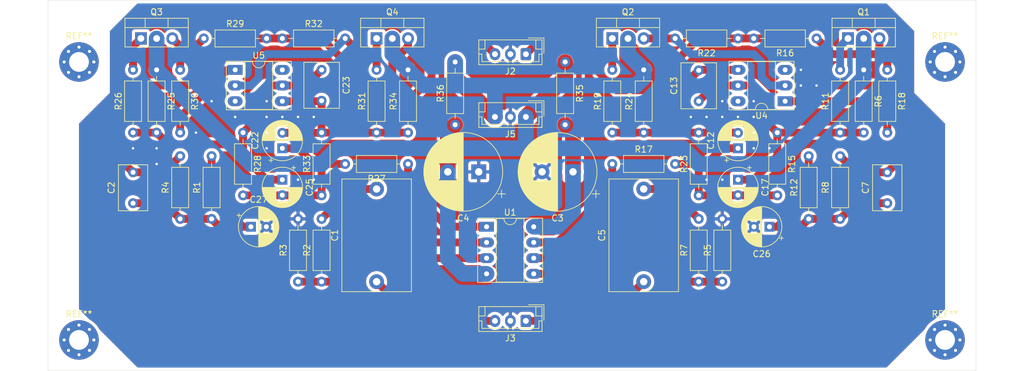
<source format=kicad_pcb>
(kicad_pcb (version 20171130) (host pcbnew 5.1.5+dfsg1-2build2)
  (layers (0 F.Cu signal) (31 B.Cu signal) (34 B.Paste user) (35 F.Paste user) (36 B.SilkS user) (37 F.SilkS user) (38 B.Mask user) (39 F.Mask user) (44 Edge.Cuts user))
  (net 0 "")
  (net 1 "Net-(C1-Pad2)")
  (net 2 "Net-(C1-Pad1)")
  (net 3 "Net-(C2-Pad1)")
  (net 4 GND)
  (net 5 "Net-(C3-Pad1)")
  (net 6 "Net-(C4-Pad2)")
  (net 7 "Net-(C5-Pad1)")
  (net 8 "Net-(C5-Pad2)")
  (net 9 "Net-(C7-Pad1)")
  (net 10 +15V)
  (net 11 "Net-(C12-Pad1)")
  (net 12 "Net-(C12-Pad2)")
  (net 13 "Net-(C13-Pad1)")
  (net 14 "Net-(C22-Pad1)")
  (net 15 "Net-(C22-Pad2)")
  (net 16 "Net-(C23-Pad1)")
  (net 17 -15V)
  (net 18 "Net-(Q1-Pad3)")
  (net 19 "Net-(Q1-Pad1)")
  (net 20 "Net-(Q2-Pad3)")
  (net 21 "Net-(Q2-Pad1)")
  (net 22 "Net-(Q3-Pad3)")
  (net 23 "Net-(Q3-Pad1)")
  (net 24 "Net-(Q4-Pad1)")
  (net 25 "Net-(Q4-Pad3)")
  (net 26 "Net-(R27-Pad1)")
  (net 27 "Net-(R17-Pad1)")
  (net 28 "Net-(R18-Pad2)")
  (net 29 "Net-(U4-Pad3)")
  (net 30 "Net-(U4-Pad6)")
  (net 31 "Net-(U5-Pad6)")
  (net 32 "Net-(U5-Pad3)")
  (net 33 "Net-(R30-Pad2)")
  (net 34 RIGHT_OUT)
  (net 35 LEFT_OUT)
  (net 36 "Net-(C26-Pad1)")
  (net 37 "Net-(C27-Pad1)")
  (net 38 "Net-(R2-Pad1)")
  (net 39 "Net-(R5-Pad1)")
  (module Capacitor_THT:CP_Radial_D6.3mm_P2.50mm (layer F.Cu) (at 181.61 106.68 180)
    (fp_text reference C26 (at 1.25 -4.4) (layer F.SilkS))
    (fp_text value 22uF/25V)
    (pad 1 thru_hole rect (at 0 0 180) (size 1.6 1.6) (drill 0.8) (layers *.Cu *.Mask) (net 36 "Net-(C26-Pad1)"))
    (pad 2 thru_hole circle (at 2.5 0 180) (size 1.6 1.6) (drill 0.8) (layers *.Cu *.Mask) (net 4 GND))
  )
  (module MountingHole:MountingHole_3.2mm_M3_Pad_Via (layer F.Cu) (at 70 125)
    (fp_text reference REF** (at 0 -4.2) (layer F.SilkS))
    (fp_text value MountingHole_3.2mm_M3_Pad_Via)
    (pad 1 thru_hole circle (at 1.697056 -1.697056) (size 0.8 0.8) (drill 0.5) (layers *.Cu *.Mask))
    (pad 1 thru_hole circle (at 0 -2.4) (size 0.8 0.8) (drill 0.5) (layers *.Cu *.Mask))
    (pad 1 thru_hole circle (at -1.697056 -1.697056) (size 0.8 0.8) (drill 0.5) (layers *.Cu *.Mask))
    (pad 1 thru_hole circle (at -2.4 0) (size 0.8 0.8) (drill 0.5) (layers *.Cu *.Mask))
    (pad 1 thru_hole circle (at -1.697056 1.697056) (size 0.8 0.8) (drill 0.5) (layers *.Cu *.Mask))
    (pad 1 thru_hole circle (at 0 2.4) (size 0.8 0.8) (drill 0.5) (layers *.Cu *.Mask))
    (pad 1 thru_hole circle (at 1.697056 1.697056) (size 0.8 0.8) (drill 0.5) (layers *.Cu *.Mask))
    (pad 1 thru_hole circle (at 2.4 0) (size 0.8 0.8) (drill 0.5) (layers *.Cu *.Mask))
    (pad 1 thru_hole circle (at 0 0) (size 6.4 6.4) (drill 3.2) (layers *.Cu *.Mask))
  )
  (module MountingHole:MountingHole_3.2mm_M3_Pad_Via (layer F.Cu) (at 210 125)
    (fp_text reference REF** (at 0 -4.2) (layer F.SilkS))
    (fp_text value MountingHole_3.2mm_M3_Pad_Via)
    (pad 1 thru_hole circle (at 0 0) (size 6.4 6.4) (drill 3.2) (layers *.Cu *.Mask))
    (pad 1 thru_hole circle (at 2.4 0) (size 0.8 0.8) (drill 0.5) (layers *.Cu *.Mask))
    (pad 1 thru_hole circle (at 1.697056 1.697056) (size 0.8 0.8) (drill 0.5) (layers *.Cu *.Mask))
    (pad 1 thru_hole circle (at 0 2.4) (size 0.8 0.8) (drill 0.5) (layers *.Cu *.Mask))
    (pad 1 thru_hole circle (at -1.697056 1.697056) (size 0.8 0.8) (drill 0.5) (layers *.Cu *.Mask))
    (pad 1 thru_hole circle (at -2.4 0) (size 0.8 0.8) (drill 0.5) (layers *.Cu *.Mask))
    (pad 1 thru_hole circle (at -1.697056 -1.697056) (size 0.8 0.8) (drill 0.5) (layers *.Cu *.Mask))
    (pad 1 thru_hole circle (at 0 -2.4) (size 0.8 0.8) (drill 0.5) (layers *.Cu *.Mask))
    (pad 1 thru_hole circle (at 1.697056 -1.697056) (size 0.8 0.8) (drill 0.5) (layers *.Cu *.Mask))
  )
  (module MountingHole:MountingHole_3.2mm_M3_Pad_Via (layer F.Cu) (at 210 80)
    (fp_text reference REF** (at 0 -4.2) (layer F.SilkS))
    (fp_text value MountingHole_3.2mm_M3_Pad_Via)
    (pad 1 thru_hole circle (at 1.697056 -1.697056) (size 0.8 0.8) (drill 0.5) (layers *.Cu *.Mask))
    (pad 1 thru_hole circle (at 0 -2.4) (size 0.8 0.8) (drill 0.5) (layers *.Cu *.Mask))
    (pad 1 thru_hole circle (at -1.697056 -1.697056) (size 0.8 0.8) (drill 0.5) (layers *.Cu *.Mask))
    (pad 1 thru_hole circle (at -2.4 0) (size 0.8 0.8) (drill 0.5) (layers *.Cu *.Mask))
    (pad 1 thru_hole circle (at -1.697056 1.697056) (size 0.8 0.8) (drill 0.5) (layers *.Cu *.Mask))
    (pad 1 thru_hole circle (at 0 2.4) (size 0.8 0.8) (drill 0.5) (layers *.Cu *.Mask))
    (pad 1 thru_hole circle (at 1.697056 1.697056) (size 0.8 0.8) (drill 0.5) (layers *.Cu *.Mask))
    (pad 1 thru_hole circle (at 2.4 0) (size 0.8 0.8) (drill 0.5) (layers *.Cu *.Mask))
    (pad 1 thru_hole circle (at 0 0) (size 6.4 6.4) (drill 3.2) (layers *.Cu *.Mask))
  )
  (module MountingHole:MountingHole_3.2mm_M3_Pad_Via (layer F.Cu) (at 70 80)
    (fp_text reference REF** (at 0 -4.2) (layer F.SilkS))
    (fp_text value MountingHole_3.2mm_M3_Pad_Via)
    (pad 1 thru_hole circle (at 1.697056 -1.697056) (size 0.8 0.8) (drill 0.5) (layers *.Cu *.Mask))
    (pad 1 thru_hole circle (at 0 -2.4) (size 0.8 0.8) (drill 0.5) (layers *.Cu *.Mask))
    (pad 1 thru_hole circle (at -1.697056 -1.697056) (size 0.8 0.8) (drill 0.5) (layers *.Cu *.Mask))
    (pad 1 thru_hole circle (at -2.4 0) (size 0.8 0.8) (drill 0.5) (layers *.Cu *.Mask))
    (pad 1 thru_hole circle (at -1.697056 1.697056) (size 0.8 0.8) (drill 0.5) (layers *.Cu *.Mask))
    (pad 1 thru_hole circle (at 0 2.4) (size 0.8 0.8) (drill 0.5) (layers *.Cu *.Mask))
    (pad 1 thru_hole circle (at 1.697056 1.697056) (size 0.8 0.8) (drill 0.5) (layers *.Cu *.Mask))
    (pad 1 thru_hole circle (at 2.4 0) (size 0.8 0.8) (drill 0.5) (layers *.Cu *.Mask))
    (pad 1 thru_hole circle (at 0 0) (size 6.4 6.4) (drill 3.2) (layers *.Cu *.Mask))
  )
  (module Resistor_THT:R_Axial_DIN0207_L6.3mm_D2.5mm_P10.16mm_Horizontal (layer F.Cu) (at 196.85 81.28 270)
    (fp_text reference R6 (at 5.08 -2.37 90) (layer F.SilkS))
    (fp_text value 10K)
    (pad 2 thru_hole oval (at 10.16 0 270) (size 1.6 1.6) (drill 0.8) (layers *.Cu *.Mask) (net 13 "Net-(C13-Pad1)"))
    (pad 1 thru_hole circle (at 0 0 270) (size 1.6 1.6) (drill 0.8) (layers *.Cu *.Mask) (net 10 +15V))
  )
  (module Package_DIP:DIP-6_W7.62mm_Socket_LongPads (layer F.Cu) (at 184.15 86.36 180)
    (fp_text reference U4 (at 3.81 -2.33) (layer F.SilkS))
    (fp_text value 4N35)
    (pad 1 thru_hole rect (at 0 0 180) (size 2.4 1.6) (drill 0.8) (layers *.Cu *.Mask) (net 28 "Net-(R18-Pad2)"))
    (pad 4 thru_hole oval (at 7.62 5.08 180) (size 2.4 1.6) (drill 0.8) (layers *.Cu *.Mask) (net 12 "Net-(C12-Pad2)"))
    (pad 2 thru_hole oval (at 0 2.54 180) (size 2.4 1.6) (drill 0.8) (layers *.Cu *.Mask) (net 20 "Net-(Q2-Pad3)"))
    (pad 5 thru_hole oval (at 7.62 2.54 180) (size 2.4 1.6) (drill 0.8) (layers *.Cu *.Mask) (net 13 "Net-(C13-Pad1)"))
    (pad 3 thru_hole oval (at 0 5.08 180) (size 2.4 1.6) (drill 0.8) (layers *.Cu *.Mask) (net 29 "Net-(U4-Pad3)"))
    (pad 6 thru_hole oval (at 7.62 0 180) (size 2.4 1.6) (drill 0.8) (layers *.Cu *.Mask) (net 30 "Net-(U4-Pad6)"))
  )
  (module Resistor_THT:R_Axial_DIN0207_L6.3mm_D2.5mm_P10.16mm_Horizontal (layer F.Cu) (at 123.19 91.44 90)
    (fp_text reference R34 (at 5.08 -2.37 90) (layer F.SilkS))
    (fp_text value 10K)
    (pad 2 thru_hole oval (at 10.16 0 90) (size 1.6 1.6) (drill 0.8) (layers *.Cu *.Mask) (net 17 -15V))
    (pad 1 thru_hole circle (at 0 0 90) (size 1.6 1.6) (drill 0.8) (layers *.Cu *.Mask) (net 15 "Net-(C22-Pad2)"))
  )
  (module Resistor_THT:R_Axial_DIN0207_L6.3mm_D2.5mm_P10.16mm_Horizontal (layer F.Cu) (at 109.22 101.6 90)
    (fp_text reference R33 (at 5.08 -2.37 90) (layer F.SilkS))
    (fp_text value 10K)
    (pad 2 thru_hole oval (at 10.16 0 90) (size 1.6 1.6) (drill 0.8) (layers *.Cu *.Mask) (net 15 "Net-(C22-Pad2)"))
    (pad 1 thru_hole circle (at 0 0 90) (size 1.6 1.6) (drill 0.8) (layers *.Cu *.Mask) (net 14 "Net-(C22-Pad1)"))
  )
  (module Resistor_THT:R_Axial_DIN0207_L6.3mm_D2.5mm_P10.16mm_Horizontal (layer F.Cu) (at 96.52 91.44 270)
    (fp_text reference R28 (at 5.08 -2.37 90) (layer F.SilkS))
    (fp_text value 10K)
    (pad 2 thru_hole oval (at 10.16 0 270) (size 1.6 1.6) (drill 0.8) (layers *.Cu *.Mask) (net 14 "Net-(C22-Pad1)"))
    (pad 1 thru_hole circle (at 0 0 270) (size 1.6 1.6) (drill 0.8) (layers *.Cu *.Mask) (net 16 "Net-(C23-Pad1)"))
  )
  (module Resistor_THT:R_Axial_DIN0207_L6.3mm_D2.5mm_P10.16mm_Horizontal (layer F.Cu) (at 82.55 81.28 270)
    (fp_text reference R25 (at 5.08 -2.37 90) (layer F.SilkS))
    (fp_text value 10K)
    (pad 2 thru_hole oval (at 10.16 0 270) (size 1.6 1.6) (drill 0.8) (layers *.Cu *.Mask) (net 16 "Net-(C23-Pad1)"))
    (pad 1 thru_hole circle (at 0 0 270) (size 1.6 1.6) (drill 0.8) (layers *.Cu *.Mask) (net 10 +15V))
  )
  (module Resistor_THT:R_Axial_DIN0207_L6.3mm_D2.5mm_P10.16mm_Horizontal (layer F.Cu) (at 161.29 91.44 90)
    (fp_text reference R24 (at 5.08 -2.37 90) (layer F.SilkS))
    (fp_text value 10K)
    (pad 2 thru_hole oval (at 10.16 0 90) (size 1.6 1.6) (drill 0.8) (layers *.Cu *.Mask) (net 17 -15V))
    (pad 1 thru_hole circle (at 0 0 90) (size 1.6 1.6) (drill 0.8) (layers *.Cu *.Mask) (net 12 "Net-(C12-Pad2)"))
  )
  (module Resistor_THT:R_Axial_DIN0207_L6.3mm_D2.5mm_P10.16mm_Horizontal (layer F.Cu) (at 170.18 101.6 90)
    (fp_text reference R23 (at 5.08 -2.37 90) (layer F.SilkS))
    (fp_text value 10K)
    (pad 2 thru_hole oval (at 10.16 0 90) (size 1.6 1.6) (drill 0.8) (layers *.Cu *.Mask) (net 12 "Net-(C12-Pad2)"))
    (pad 1 thru_hole circle (at 0 0 90) (size 1.6 1.6) (drill 0.8) (layers *.Cu *.Mask) (net 11 "Net-(C12-Pad1)"))
  )
  (module Resistor_THT:R_Axial_DIN0207_L6.3mm_D2.5mm_P10.16mm_Horizontal (layer F.Cu) (at 182.88 91.44 270)
    (fp_text reference R15 (at 5.08 -2.37 90) (layer F.SilkS))
    (fp_text value 10K)
    (pad 2 thru_hole oval (at 10.16 0 270) (size 1.6 1.6) (drill 0.8) (layers *.Cu *.Mask) (net 11 "Net-(C12-Pad1)"))
    (pad 1 thru_hole circle (at 0 0 270) (size 1.6 1.6) (drill 0.8) (layers *.Cu *.Mask) (net 13 "Net-(C13-Pad1)"))
  )
  (module Capacitor_THT:C_Rect_L18.0mm_W11.0mm_P15.00mm_FKS3_FKP3 (layer F.Cu) (at 118.11 115.57 90)
    (fp_text reference C1 (at 7.5 -6.75 90) (layer F.SilkS))
    (fp_text value "1uF PP")
    (pad 2 thru_hole circle (at 15 0 90) (size 2.4 2.4) (drill 1.2) (layers *.Cu *.Mask) (net 1 "Net-(C1-Pad2)"))
    (pad 1 thru_hole circle (at 0 0 90) (size 2.4 2.4) (drill 1.2) (layers *.Cu *.Mask) (net 2 "Net-(C1-Pad1)"))
  )
  (module Capacitor_THT:C_Rect_L7.2mm_W4.5mm_P5.00mm_FKS2_FKP2_MKS2_MKP2 (layer F.Cu) (at 78.74 102.87 90)
    (fp_text reference C2 (at 2.5 -3.5 90) (layer F.SilkS))
    (fp_text value 100pF)
    (pad 1 thru_hole circle (at 0 0 90) (size 1.6 1.6) (drill 0.8) (layers *.Cu *.Mask) (net 3 "Net-(C2-Pad1)"))
    (pad 2 thru_hole circle (at 5 0 90) (size 1.6 1.6) (drill 0.8) (layers *.Cu *.Mask) (net 34 RIGHT_OUT))
  )
  (module Capacitor_THT:CP_Radial_D12.5mm_P5.00mm (layer F.Cu) (at 149.86 97.79 180)
    (fp_text reference C3 (at 2.5 -7.5) (layer F.SilkS))
    (fp_text value 220uF/50V)
    (pad 2 thru_hole circle (at 5 0 180) (size 2.4 2.4) (drill 1.2) (layers *.Cu *.Mask) (net 4 GND))
    (pad 1 thru_hole rect (at 0 0 180) (size 2.4 2.4) (drill 1.2) (layers *.Cu *.Mask) (net 5 "Net-(C3-Pad1)"))
  )
  (module Capacitor_THT:CP_Radial_D12.5mm_P5.00mm (layer F.Cu) (at 134.62 97.79 180)
    (fp_text reference C4 (at 2.5 -7.5) (layer F.SilkS))
    (fp_text value 220uF/50V)
    (pad 1 thru_hole rect (at 0 0 180) (size 2.4 2.4) (drill 1.2) (layers *.Cu *.Mask) (net 4 GND))
    (pad 2 thru_hole circle (at 5 0 180) (size 2.4 2.4) (drill 1.2) (layers *.Cu *.Mask) (net 6 "Net-(C4-Pad2)"))
  )
  (module Capacitor_THT:C_Rect_L18.0mm_W11.0mm_P15.00mm_FKS3_FKP3 (layer F.Cu) (at 161.29 115.57 90)
    (fp_text reference C5 (at 7.5 -6.75 90) (layer F.SilkS))
    (fp_text value "1uF PP")
    (pad 1 thru_hole circle (at 0 0 90) (size 2.4 2.4) (drill 1.2) (layers *.Cu *.Mask) (net 7 "Net-(C5-Pad1)"))
    (pad 2 thru_hole circle (at 15 0 90) (size 2.4 2.4) (drill 1.2) (layers *.Cu *.Mask) (net 8 "Net-(C5-Pad2)"))
  )
  (module Capacitor_THT:C_Rect_L7.2mm_W4.5mm_P5.00mm_FKS2_FKP2_MKS2_MKP2 (layer F.Cu) (at 200.66 102.87 90)
    (fp_text reference C7 (at 2.5 -3.5 90) (layer F.SilkS))
    (fp_text value 100pF)
    (pad 2 thru_hole circle (at 5 0 90) (size 1.6 1.6) (drill 0.8) (layers *.Cu *.Mask) (net 35 LEFT_OUT))
    (pad 1 thru_hole circle (at 0 0 90) (size 1.6 1.6) (drill 0.8) (layers *.Cu *.Mask) (net 9 "Net-(C7-Pad1)"))
  )
  (module Capacitor_THT:CP_Radial_D6.3mm_P2.50mm (layer F.Cu) (at 176.53 93.98 90)
    (fp_text reference C12 (at 1.25 -4.4 90) (layer F.SilkS))
    (fp_text value 22uF/25V)
    (pad 2 thru_hole circle (at 2.5 0 90) (size 1.6 1.6) (drill 0.8) (layers *.Cu *.Mask) (net 12 "Net-(C12-Pad2)"))
    (pad 1 thru_hole rect (at 0 0 90) (size 1.6 1.6) (drill 0.8) (layers *.Cu *.Mask) (net 11 "Net-(C12-Pad1)"))
  )
  (module Capacitor_THT:C_Rect_L7.2mm_W5.5mm_P5.00mm_FKS2_FKP2_MKS2_MKP2 (layer F.Cu) (at 170.18 86.36 90)
    (fp_text reference C13 (at 2.5 -4 90) (layer F.SilkS))
    (fp_text value 0.1uF)
    (pad 1 thru_hole circle (at 0 0 90) (size 1.6 1.6) (drill 0.8) (layers *.Cu *.Mask) (net 13 "Net-(C13-Pad1)"))
    (pad 2 thru_hole circle (at 5 0 90) (size 1.6 1.6) (drill 0.8) (layers *.Cu *.Mask) (net 12 "Net-(C12-Pad2)"))
  )
  (module Capacitor_THT:CP_Radial_D6.3mm_P2.50mm (layer F.Cu) (at 176.53 99.06 270)
    (fp_text reference C17 (at 1.25 -4.4 90) (layer F.SilkS))
    (fp_text value 22uF/25V)
    (pad 1 thru_hole rect (at 0 0 270) (size 1.6 1.6) (drill 0.8) (layers *.Cu *.Mask) (net 13 "Net-(C13-Pad1)"))
    (pad 2 thru_hole circle (at 2.5 0 270) (size 1.6 1.6) (drill 0.8) (layers *.Cu *.Mask) (net 11 "Net-(C12-Pad1)"))
  )
  (module Capacitor_THT:CP_Radial_D6.3mm_P2.50mm (layer F.Cu) (at 102.87 93.98 90)
    (fp_text reference C22 (at 1.25 -4.4 90) (layer F.SilkS))
    (fp_text value 22uF/25V)
    (pad 1 thru_hole rect (at 0 0 90) (size 1.6 1.6) (drill 0.8) (layers *.Cu *.Mask) (net 14 "Net-(C22-Pad1)"))
    (pad 2 thru_hole circle (at 2.5 0 90) (size 1.6 1.6) (drill 0.8) (layers *.Cu *.Mask) (net 15 "Net-(C22-Pad2)"))
  )
  (module Capacitor_THT:C_Rect_L7.2mm_W5.5mm_P5.00mm_FKS2_FKP2_MKS2_MKP2 (layer F.Cu) (at 109.22 81.28 270)
    (fp_text reference C23 (at 2.5 -4 90) (layer F.SilkS))
    (fp_text value 0.1uF)
    (pad 1 thru_hole circle (at 0 0 270) (size 1.6 1.6) (drill 0.8) (layers *.Cu *.Mask) (net 16 "Net-(C23-Pad1)"))
    (pad 2 thru_hole circle (at 5 0 270) (size 1.6 1.6) (drill 0.8) (layers *.Cu *.Mask) (net 15 "Net-(C22-Pad2)"))
  )
  (module Capacitor_THT:CP_Radial_D6.3mm_P2.50mm (layer F.Cu) (at 102.87 99.06 270)
    (fp_text reference C25 (at 1.25 -4.4 90) (layer F.SilkS))
    (fp_text value 22uF/25V)
    (pad 2 thru_hole circle (at 2.5 0 270) (size 1.6 1.6) (drill 0.8) (layers *.Cu *.Mask) (net 14 "Net-(C22-Pad1)"))
    (pad 1 thru_hole rect (at 0 0 270) (size 1.6 1.6) (drill 0.8) (layers *.Cu *.Mask) (net 16 "Net-(C23-Pad1)"))
  )
  (module Package_TO_SOT_THT:TO-220-3_Vertical (layer F.Cu) (at 194.31 76.2)
    (fp_text reference Q1 (at 2.54 -4.27) (layer F.SilkS))
    (fp_text value 2SK2013)
    (pad 3 thru_hole oval (at 5.08 0) (size 1.905 2) (drill 1.1) (layers *.Cu *.Mask) (net 18 "Net-(Q1-Pad3)"))
    (pad 2 thru_hole oval (at 2.54 0) (size 1.905 2) (drill 1.1) (layers *.Cu *.Mask) (net 10 +15V))
    (pad 1 thru_hole rect (at 0 0) (size 1.905 2) (drill 1.1) (layers *.Cu *.Mask) (net 19 "Net-(Q1-Pad1)"))
  )
  (module Package_TO_SOT_THT:TO-220-3_Vertical (layer F.Cu) (at 156.21 76.2)
    (fp_text reference Q2 (at 2.54 -4.27) (layer F.SilkS))
    (fp_text value 2SJ313)
    (pad 3 thru_hole oval (at 5.08 0) (size 1.905 2) (drill 1.1) (layers *.Cu *.Mask) (net 20 "Net-(Q2-Pad3)"))
    (pad 2 thru_hole oval (at 2.54 0) (size 1.905 2) (drill 1.1) (layers *.Cu *.Mask) (net 17 -15V))
    (pad 1 thru_hole rect (at 0 0) (size 1.905 2) (drill 1.1) (layers *.Cu *.Mask) (net 21 "Net-(Q2-Pad1)"))
  )
  (module Package_TO_SOT_THT:TO-220-3_Vertical (layer F.Cu) (at 80.01 76.2)
    (fp_text reference Q3 (at 2.54 -4.27) (layer F.SilkS))
    (fp_text value 2SK2013)
    (pad 3 thru_hole oval (at 5.08 0) (size 1.905 2) (drill 1.1) (layers *.Cu *.Mask) (net 22 "Net-(Q3-Pad3)"))
    (pad 2 thru_hole oval (at 2.54 0) (size 1.905 2) (drill 1.1) (layers *.Cu *.Mask) (net 10 +15V))
    (pad 1 thru_hole rect (at 0 0) (size 1.905 2) (drill 1.1) (layers *.Cu *.Mask) (net 23 "Net-(Q3-Pad1)"))
  )
  (module Package_TO_SOT_THT:TO-220-3_Vertical (layer F.Cu) (at 118.11 76.2)
    (fp_text reference Q4 (at 2.54 -4.27) (layer F.SilkS))
    (fp_text value 2SJ313)
    (pad 1 thru_hole rect (at 0 0) (size 1.905 2) (drill 1.1) (layers *.Cu *.Mask) (net 24 "Net-(Q4-Pad1)"))
    (pad 2 thru_hole oval (at 2.54 0) (size 1.905 2) (drill 1.1) (layers *.Cu *.Mask) (net 17 -15V))
    (pad 3 thru_hole oval (at 5.08 0) (size 1.905 2) (drill 1.1) (layers *.Cu *.Mask) (net 25 "Net-(Q4-Pad3)"))
  )
  (module Resistor_THT:R_Axial_DIN0207_L6.3mm_D2.5mm_P10.16mm_Horizontal (layer F.Cu) (at 105.41 115.57 90)
    (fp_text reference R3 (at 5.08 -2.37 90) (layer F.SilkS))
    (fp_text value 100K)
    (pad 2 thru_hole oval (at 10.16 0 90) (size 1.6 1.6) (drill 0.8) (layers *.Cu *.Mask) (net 4 GND))
    (pad 1 thru_hole circle (at 0 0 90) (size 1.6 1.6) (drill 0.8) (layers *.Cu *.Mask) (net 38 "Net-(R2-Pad1)"))
  )
  (module Resistor_THT:R_Axial_DIN0207_L6.3mm_D2.5mm_P10.16mm_Horizontal (layer F.Cu) (at 173.99 115.57 90)
    (fp_text reference R5 (at 5.08 -2.37 90) (layer F.SilkS))
    (fp_text value 100K)
    (pad 1 thru_hole circle (at 0 0 90) (size 1.6 1.6) (drill 0.8) (layers *.Cu *.Mask) (net 39 "Net-(R5-Pad1)"))
    (pad 2 thru_hole oval (at 10.16 0 90) (size 1.6 1.6) (drill 0.8) (layers *.Cu *.Mask) (net 4 GND))
  )
  (module Package_DIP:DIP-6_W7.62mm_Socket_LongPads (layer F.Cu) (at 95.25 81.28)
    (fp_text reference U5 (at 3.81 -2.33) (layer F.SilkS))
    (fp_text value 4N35)
    (pad 6 thru_hole oval (at 7.62 0) (size 2.4 1.6) (drill 0.8) (layers *.Cu *.Mask) (net 31 "Net-(U5-Pad6)"))
    (pad 3 thru_hole oval (at 0 5.08) (size 2.4 1.6) (drill 0.8) (layers *.Cu *.Mask) (net 32 "Net-(U5-Pad3)"))
    (pad 5 thru_hole oval (at 7.62 2.54) (size 2.4 1.6) (drill 0.8) (layers *.Cu *.Mask) (net 16 "Net-(C23-Pad1)"))
    (pad 2 thru_hole oval (at 0 2.54) (size 2.4 1.6) (drill 0.8) (layers *.Cu *.Mask) (net 25 "Net-(Q4-Pad3)"))
    (pad 4 thru_hole oval (at 7.62 5.08) (size 2.4 1.6) (drill 0.8) (layers *.Cu *.Mask) (net 15 "Net-(C22-Pad2)"))
    (pad 1 thru_hole rect (at 0 0) (size 2.4 1.6) (drill 0.8) (layers *.Cu *.Mask) (net 33 "Net-(R30-Pad2)"))
  )
  (module Resistor_THT:R_Axial_DIN0207_L6.3mm_D2.5mm_P10.16mm_Horizontal (layer F.Cu) (at 91.44 105.41 90)
    (fp_text reference R1 (at 5.08 -2.37 90) (layer F.SilkS))
    (fp_text value 1K)
    (pad 1 thru_hole circle (at 0 0 90) (size 1.6 1.6) (drill 0.8) (layers *.Cu *.Mask) (net 3 "Net-(C2-Pad1)"))
    (pad 2 thru_hole oval (at 10.16 0 90) (size 1.6 1.6) (drill 0.8) (layers *.Cu *.Mask) (net 37 "Net-(C27-Pad1)"))
  )
  (module Resistor_THT:R_Axial_DIN0207_L6.3mm_D2.5mm_P10.16mm_Horizontal (layer F.Cu) (at 109.22 115.57 90)
    (fp_text reference R2 (at 5.08 -2.37 90) (layer F.SilkS))
    (fp_text value 1K)
    (pad 1 thru_hole circle (at 0 0 90) (size 1.6 1.6) (drill 0.8) (layers *.Cu *.Mask) (net 38 "Net-(R2-Pad1)"))
    (pad 2 thru_hole oval (at 10.16 0 90) (size 1.6 1.6) (drill 0.8) (layers *.Cu *.Mask) (net 1 "Net-(C1-Pad2)"))
  )
  (module Resistor_THT:R_Axial_DIN0207_L6.3mm_D2.5mm_P10.16mm_Horizontal (layer F.Cu) (at 86.36 105.41 90)
    (fp_text reference R4 (at 5.08 -2.37 90) (layer F.SilkS))
    (fp_text value 4K75)
    (pad 1 thru_hole circle (at 0 0 90) (size 1.6 1.6) (drill 0.8) (layers *.Cu *.Mask) (net 3 "Net-(C2-Pad1)"))
    (pad 2 thru_hole oval (at 10.16 0 90) (size 1.6 1.6) (drill 0.8) (layers *.Cu *.Mask) (net 34 RIGHT_OUT))
  )
  (module Resistor_THT:R_Axial_DIN0207_L6.3mm_D2.5mm_P10.16mm_Horizontal (layer F.Cu) (at 170.18 115.57 90)
    (fp_text reference R7 (at 5.08 -2.37 90) (layer F.SilkS))
    (fp_text value 1K)
    (pad 1 thru_hole circle (at 0 0 90) (size 1.6 1.6) (drill 0.8) (layers *.Cu *.Mask) (net 39 "Net-(R5-Pad1)"))
    (pad 2 thru_hole oval (at 10.16 0 90) (size 1.6 1.6) (drill 0.8) (layers *.Cu *.Mask) (net 8 "Net-(C5-Pad2)"))
  )
  (module Resistor_THT:R_Axial_DIN0207_L6.3mm_D2.5mm_P10.16mm_Horizontal (layer F.Cu) (at 193.04 105.41 90)
    (fp_text reference R8 (at 5.08 -2.37 90) (layer F.SilkS))
    (fp_text value 4K75)
    (pad 2 thru_hole oval (at 10.16 0 90) (size 1.6 1.6) (drill 0.8) (layers *.Cu *.Mask) (net 35 LEFT_OUT))
    (pad 1 thru_hole circle (at 0 0 90) (size 1.6 1.6) (drill 0.8) (layers *.Cu *.Mask) (net 9 "Net-(C7-Pad1)"))
  )
  (module Resistor_THT:R_Axial_DIN0207_L6.3mm_D2.5mm_P10.16mm_Horizontal (layer F.Cu) (at 193.04 91.44 90)
    (fp_text reference R11 (at 5.08 -2.37 90) (layer F.SilkS))
    (fp_text value 499)
    (pad 1 thru_hole circle (at 0 0 90) (size 1.6 1.6) (drill 0.8) (layers *.Cu *.Mask) (net 13 "Net-(C13-Pad1)"))
    (pad 2 thru_hole oval (at 10.16 0 90) (size 1.6 1.6) (drill 0.8) (layers *.Cu *.Mask) (net 19 "Net-(Q1-Pad1)"))
  )
  (module Resistor_THT:R_Axial_DIN0207_L6.3mm_D2.5mm_P10.16mm_Horizontal (layer F.Cu) (at 187.96 105.41 90)
    (fp_text reference R12 (at 5.08 -2.37 90) (layer F.SilkS))
    (fp_text value 1K)
    (pad 2 thru_hole oval (at 10.16 0 90) (size 1.6 1.6) (drill 0.8) (layers *.Cu *.Mask) (net 36 "Net-(C26-Pad1)"))
    (pad 1 thru_hole circle (at 0 0 90) (size 1.6 1.6) (drill 0.8) (layers *.Cu *.Mask) (net 9 "Net-(C7-Pad1)"))
  )
  (module Resistor_THT:R_Axial_DIN0207_L6.3mm_D2.5mm_P10.16mm_Horizontal (layer F.Cu) (at 189.23 76.2 180)
    (fp_text reference R16 (at 5.08 -2.37) (layer F.SilkS))
    (fp_text value 10)
    (pad 2 thru_hole oval (at 10.16 0 180) (size 1.6 1.6) (drill 0.8) (layers *.Cu *.Mask) (net 35 LEFT_OUT))
    (pad 1 thru_hole circle (at 0 0 180) (size 1.6 1.6) (drill 0.8) (layers *.Cu *.Mask) (net 18 "Net-(Q1-Pad3)"))
  )
  (module Resistor_THT:R_Axial_DIN0207_L6.3mm_D2.5mm_P10.16mm_Horizontal (layer F.Cu) (at 156.21 96.52)
    (fp_text reference R17 (at 5.08 -2.37) (layer F.SilkS))
    (fp_text value 47)
    (pad 1 thru_hole circle (at 0 0) (size 1.6 1.6) (drill 0.8) (layers *.Cu *.Mask) (net 27 "Net-(R17-Pad1)"))
    (pad 2 thru_hole oval (at 10.16 0) (size 1.6 1.6) (drill 0.8) (layers *.Cu *.Mask) (net 11 "Net-(C12-Pad1)"))
  )
  (module Resistor_THT:R_Axial_DIN0207_L6.3mm_D2.5mm_P10.16mm_Horizontal (layer F.Cu) (at 200.66 81.28 270)
    (fp_text reference R18 (at 5.08 -2.37 90) (layer F.SilkS))
    (fp_text value 100)
    (pad 1 thru_hole circle (at 0 0 270) (size 1.6 1.6) (drill 0.8) (layers *.Cu *.Mask) (net 18 "Net-(Q1-Pad3)"))
    (pad 2 thru_hole oval (at 10.16 0 270) (size 1.6 1.6) (drill 0.8) (layers *.Cu *.Mask) (net 28 "Net-(R18-Pad2)"))
  )
  (module Resistor_THT:R_Axial_DIN0207_L6.3mm_D2.5mm_P10.16mm_Horizontal (layer F.Cu) (at 156.21 91.44 90)
    (fp_text reference R19 (at 5.08 -2.37 90) (layer F.SilkS))
    (fp_text value 499)
    (pad 2 thru_hole oval (at 10.16 0 90) (size 1.6 1.6) (drill 0.8) (layers *.Cu *.Mask) (net 21 "Net-(Q2-Pad1)"))
    (pad 1 thru_hole circle (at 0 0 90) (size 1.6 1.6) (drill 0.8) (layers *.Cu *.Mask) (net 12 "Net-(C12-Pad2)"))
  )
  (module Resistor_THT:R_Axial_DIN0207_L6.3mm_D2.5mm_P10.16mm_Horizontal (layer F.Cu) (at 176.53 76.2 180)
    (fp_text reference R22 (at 5.08 -2.37) (layer F.SilkS))
    (fp_text value 10)
    (pad 1 thru_hole circle (at 0 0 180) (size 1.6 1.6) (drill 0.8) (layers *.Cu *.Mask) (net 35 LEFT_OUT))
    (pad 2 thru_hole oval (at 10.16 0 180) (size 1.6 1.6) (drill 0.8) (layers *.Cu *.Mask) (net 20 "Net-(Q2-Pad3)"))
  )
  (module Resistor_THT:R_Axial_DIN0207_L6.3mm_D2.5mm_P10.16mm_Horizontal (layer F.Cu) (at 78.74 91.44 90)
    (fp_text reference R26 (at 5.08 -2.37 90) (layer F.SilkS))
    (fp_text value 499)
    (pad 2 thru_hole oval (at 10.16 0 90) (size 1.6 1.6) (drill 0.8) (layers *.Cu *.Mask) (net 23 "Net-(Q3-Pad1)"))
    (pad 1 thru_hole circle (at 0 0 90) (size 1.6 1.6) (drill 0.8) (layers *.Cu *.Mask) (net 16 "Net-(C23-Pad1)"))
  )
  (module Resistor_THT:R_Axial_DIN0207_L6.3mm_D2.5mm_P10.16mm_Horizontal (layer F.Cu) (at 123.19 96.52 180)
    (fp_text reference R27 (at 5.08 -2.37) (layer F.SilkS))
    (fp_text value 47)
    (pad 2 thru_hole oval (at 10.16 0 180) (size 1.6 1.6) (drill 0.8) (layers *.Cu *.Mask) (net 14 "Net-(C22-Pad1)"))
    (pad 1 thru_hole circle (at 0 0 180) (size 1.6 1.6) (drill 0.8) (layers *.Cu *.Mask) (net 26 "Net-(R27-Pad1)"))
  )
  (module Resistor_THT:R_Axial_DIN0207_L6.3mm_D2.5mm_P10.16mm_Horizontal (layer F.Cu) (at 90.17 76.2)
    (fp_text reference R29 (at 5.08 -2.37) (layer F.SilkS))
    (fp_text value 10)
    (pad 2 thru_hole oval (at 10.16 0) (size 1.6 1.6) (drill 0.8) (layers *.Cu *.Mask) (net 34 RIGHT_OUT))
    (pad 1 thru_hole circle (at 0 0) (size 1.6 1.6) (drill 0.8) (layers *.Cu *.Mask) (net 22 "Net-(Q3-Pad3)"))
  )
  (module Resistor_THT:R_Axial_DIN0207_L6.3mm_D2.5mm_P10.16mm_Horizontal (layer F.Cu) (at 86.36 81.28 270)
    (fp_text reference R30 (at 5.08 -2.37 90) (layer F.SilkS))
    (fp_text value 100)
    (pad 2 thru_hole oval (at 10.16 0 270) (size 1.6 1.6) (drill 0.8) (layers *.Cu *.Mask) (net 33 "Net-(R30-Pad2)"))
    (pad 1 thru_hole circle (at 0 0 270) (size 1.6 1.6) (drill 0.8) (layers *.Cu *.Mask) (net 22 "Net-(Q3-Pad3)"))
  )
  (module Resistor_THT:R_Axial_DIN0207_L6.3mm_D2.5mm_P10.16mm_Horizontal (layer F.Cu) (at 118.11 91.44 90)
    (fp_text reference R31 (at 5.08 -2.37 90) (layer F.SilkS))
    (fp_text value 499)
    (pad 1 thru_hole circle (at 0 0 90) (size 1.6 1.6) (drill 0.8) (layers *.Cu *.Mask) (net 15 "Net-(C22-Pad2)"))
    (pad 2 thru_hole oval (at 10.16 0 90) (size 1.6 1.6) (drill 0.8) (layers *.Cu *.Mask) (net 24 "Net-(Q4-Pad1)"))
  )
  (module Resistor_THT:R_Axial_DIN0207_L6.3mm_D2.5mm_P10.16mm_Horizontal (layer F.Cu) (at 102.87 76.2)
    (fp_text reference R32 (at 5.08 -2.37) (layer F.SilkS))
    (fp_text value 10)
    (pad 1 thru_hole circle (at 0 0) (size 1.6 1.6) (drill 0.8) (layers *.Cu *.Mask) (net 34 RIGHT_OUT))
    (pad 2 thru_hole oval (at 10.16 0) (size 1.6 1.6) (drill 0.8) (layers *.Cu *.Mask) (net 25 "Net-(Q4-Pad3)"))
  )
  (module Resistor_THT:R_Axial_DIN0207_L6.3mm_D2.5mm_P10.16mm_Horizontal (layer F.Cu) (at 148.59 80.01 270)
    (fp_text reference R35 (at 5.08 -2.37 90) (layer F.SilkS))
    (fp_text value 47R)
    (pad 1 thru_hole circle (at 0 0 270) (size 1.6 1.6) (drill 0.8) (layers *.Cu *.Mask) (net 10 +15V))
    (pad 2 thru_hole oval (at 10.16 0 270) (size 1.6 1.6) (drill 0.8) (layers *.Cu *.Mask) (net 5 "Net-(C3-Pad1)"))
  )
  (module Resistor_THT:R_Axial_DIN0207_L6.3mm_D2.5mm_P10.16mm_Horizontal (layer F.Cu) (at 130.81 90.17 90)
    (fp_text reference R36 (at 5.08 -2.37 90) (layer F.SilkS))
    (fp_text value 47R)
    (pad 2 thru_hole oval (at 10.16 0 90) (size 1.6 1.6) (drill 0.8) (layers *.Cu *.Mask) (net 17 -15V))
    (pad 1 thru_hole circle (at 0 0 90) (size 1.6 1.6) (drill 0.8) (layers *.Cu *.Mask) (net 6 "Net-(C4-Pad2)"))
  )
  (module Package_DIP:DIP-8_W7.62mm_Socket_LongPads (layer F.Cu) (at 135.89 106.68)
    (fp_text reference U1 (at 3.81 -2.33) (layer F.SilkS))
    (fp_text value OPA2604)
    (pad 1 thru_hole rect (at 0 0) (size 2.4 1.6) (drill 0.8) (layers *.Cu *.Mask) (net 26 "Net-(R27-Pad1)"))
    (pad 5 thru_hole oval (at 7.62 7.62) (size 2.4 1.6) (drill 0.8) (layers *.Cu *.Mask) (net 39 "Net-(R5-Pad1)"))
    (pad 2 thru_hole oval (at 0 2.54) (size 2.4 1.6) (drill 0.8) (layers *.Cu *.Mask) (net 3 "Net-(C2-Pad1)"))
    (pad 6 thru_hole oval (at 7.62 5.08) (size 2.4 1.6) (drill 0.8) (layers *.Cu *.Mask) (net 9 "Net-(C7-Pad1)"))
    (pad 3 thru_hole oval (at 0 5.08) (size 2.4 1.6) (drill 0.8) (layers *.Cu *.Mask) (net 38 "Net-(R2-Pad1)"))
    (pad 7 thru_hole oval (at 7.62 2.54) (size 2.4 1.6) (drill 0.8) (layers *.Cu *.Mask) (net 27 "Net-(R17-Pad1)"))
    (pad 4 thru_hole oval (at 0 7.62) (size 2.4 1.6) (drill 0.8) (layers *.Cu *.Mask) (net 6 "Net-(C4-Pad2)"))
    (pad 8 thru_hole oval (at 7.62 0) (size 2.4 1.6) (drill 0.8) (layers *.Cu *.Mask) (net 5 "Net-(C3-Pad1)"))
  )
  (module Connector_JST:JST_EH_B3B-EH-A_1x03_P2.50mm_Vertical (layer F.Cu) (at 142.24 78.74 180)
    (fp_text reference J2 (at 2.5 -2.8) (layer F.SilkS))
    (fp_text value Conn_01x03)
    (pad 3 thru_hole oval (at 5 0 180) (size 1.7 1.95) (drill 0.95) (layers *.Cu *.Mask) (net 34 RIGHT_OUT))
    (pad 2 thru_hole oval (at 2.5 0 180) (size 1.7 1.95) (drill 0.95) (layers *.Cu *.Mask) (net 4 GND))
    (pad 1 thru_hole roundrect (at 0 0 180) (size 1.7 1.95) (drill 0.95) (layers *.Cu *.Mask) (roundrect_rratio 0.147059) (net 35 LEFT_OUT))
  )
  (module Connector_JST:JST_EH_B3B-EH-A_1x03_P2.50mm_Vertical (layer F.Cu) (at 142.24 121.92 180)
    (fp_text reference J3 (at 2.5 -2.8) (layer F.SilkS))
    (fp_text value Conn_01x03)
    (pad 1 thru_hole roundrect (at 0 0 180) (size 1.7 1.95) (drill 0.95) (layers *.Cu *.Mask) (roundrect_rratio 0.147059) (net 7 "Net-(C5-Pad1)"))
    (pad 2 thru_hole oval (at 2.5 0 180) (size 1.7 1.95) (drill 0.95) (layers *.Cu *.Mask) (net 4 GND))
    (pad 3 thru_hole oval (at 5 0 180) (size 1.7 1.95) (drill 0.95) (layers *.Cu *.Mask) (net 2 "Net-(C1-Pad1)"))
  )
  (module Connector_JST:JST_EH_B3B-EH-A_1x03_P2.50mm_Vertical (layer F.Cu) (at 142.24 88.9 180)
    (fp_text reference J5 (at 2.5 -2.8) (layer F.SilkS))
    (fp_text value Conn_01x03)
    (pad 3 thru_hole oval (at 5 0 180) (size 1.7 1.95) (drill 0.95) (layers *.Cu *.Mask) (net 17 -15V))
    (pad 2 thru_hole oval (at 2.5 0 180) (size 1.7 1.95) (drill 0.95) (layers *.Cu *.Mask) (net 4 GND))
    (pad 1 thru_hole roundrect (at 0 0 180) (size 1.7 1.95) (drill 0.95) (layers *.Cu *.Mask) (roundrect_rratio 0.147059) (net 10 +15V))
  )
  (module Capacitor_THT:CP_Radial_D6.3mm_P2.50mm (layer F.Cu) (at 97.79 106.68)
    (fp_text reference C27 (at 1.25 -4.4) (layer F.SilkS))
    (fp_text value 22uF/25V)
    (pad 2 thru_hole circle (at 2.5 0) (size 1.6 1.6) (drill 0.8) (layers *.Cu *.Mask) (net 4 GND))
    (pad 1 thru_hole rect (at 0 0) (size 1.6 1.6) (drill 0.8) (layers *.Cu *.Mask) (net 37 "Net-(C27-Pad1)"))
  )
  (gr_line (start 65 130) (end 65 70) (layer Edge.Cuts) (width 0.05))
  (gr_line (start 215 130) (end 65 130) (layer Edge.Cuts) (width 0.05))
  (gr_line (start 215 70) (end 215 130) (layer Edge.Cuts) (width 0.05))
  (gr_line (start 65 70) (end 215 70) (layer Edge.Cuts) (width 0.05))
  (segment (start 118.11 100.57) (end 114.06 100.57) (width 1.27) (layer F.Cu) (net 1))
  (segment (start 114.06 100.57) (end 109.22 105.41) (width 1.27) (layer F.Cu) (net 1))
  (segment (start 118.11 115.57) (end 124.46 121.92) (width 1.27) (layer F.Cu) (net 2))
  (segment (start 124.46 121.92) (end 137.24 121.92) (width 1.27) (layer F.Cu) (net 2))
  (segment (start 78.74 102.87) (end 83.82 102.87) (width 1.27) (layer F.Cu) (net 3))
  (segment (start 83.82 102.87) (end 86.36 105.41) (width 1.27) (layer F.Cu) (net 3))
  (segment (start 86.36 105.41) (end 91.44 105.41) (width 1.27) (layer F.Cu) (net 3))
  (segment (start 91.44 105.41) (end 95.25 109.22) (width 1.27) (layer F.Cu) (net 3))
  (segment (start 95.25 109.22) (end 135.89 109.22) (width 1.27) (layer F.Cu) (net 3))
  (via (at 78.74 93.98) (size 0.8) (drill 0.4) (layers F.Cu B.Cu) (net 4))
  (via (at 91.44 86.36) (size 0.8) (drill 0.4) (layers F.Cu B.Cu) (net 4))
  (via (at 102.87 88.9) (size 0.8) (drill 0.4) (layers F.Cu B.Cu) (net 4))
  (via (at 105.41 88.9) (size 0.8) (drill 0.4) (layers F.Cu B.Cu) (net 4))
  (via (at 107.95 88.9) (size 0.8) (drill 0.4) (layers F.Cu B.Cu) (net 4))
  (via (at 100.33 88.9) (size 0.8) (drill 0.4) (layers F.Cu B.Cu) (net 4))
  (via (at 100.33 86.36) (size 0.8) (drill 0.4) (layers F.Cu B.Cu) (net 4))
  (via (at 105.41 99.06) (size 0.8) (drill 0.4) (layers F.Cu B.Cu) (net 4))
  (via (at 107.95 99.06) (size 0.8) (drill 0.4) (layers F.Cu B.Cu) (net 4))
  (via (at 100.33 93.98) (size 0.8) (drill 0.4) (layers F.Cu B.Cu) (net 4))
  (via (at 100.33 91.44) (size 0.8) (drill 0.4) (layers F.Cu B.Cu) (net 4))
  (via (at 82.55 93.98) (size 0.8) (drill 0.4) (layers F.Cu B.Cu) (net 4))
  (via (at 82.55 96.52) (size 0.8) (drill 0.4) (layers F.Cu B.Cu) (net 4))
  (via (at 95.25 88.9) (size 0.8) (drill 0.4) (layers F.Cu B.Cu) (net 4))
  (via (at 88.9 91.44) (size 0.8) (drill 0.4) (layers F.Cu B.Cu) (net 4))
  (via (at 176.53 88.9) (size 0.8) (drill 0.4) (layers F.Cu B.Cu) (net 4))
  (via (at 179.07 88.9) (size 0.8) (drill 0.4) (layers F.Cu B.Cu) (net 4))
  (via (at 179.07 86.36) (size 0.8) (drill 0.4) (layers F.Cu B.Cu) (net 4))
  (via (at 173.99 86.36) (size 0.8) (drill 0.4) (layers F.Cu B.Cu) (net 4))
  (via (at 173.99 88.9) (size 0.8) (drill 0.4) (layers F.Cu B.Cu) (net 4))
  (via (at 171.45 88.9) (size 0.8) (drill 0.4) (layers F.Cu B.Cu) (net 4))
  (via (at 168.91 88.9) (size 0.8) (drill 0.4) (layers F.Cu B.Cu) (net 4))
  (via (at 179.07 91.44) (size 0.8) (drill 0.4) (layers F.Cu B.Cu) (net 4))
  (via (at 179.07 93.98) (size 0.8) (drill 0.4) (layers F.Cu B.Cu) (net 4))
  (via (at 173.99 99.06) (size 0.8) (drill 0.4) (layers F.Cu B.Cu) (net 4))
  (via (at 171.45 99.06) (size 0.8) (drill 0.4) (layers F.Cu B.Cu) (net 4))
  (via (at 181.61 93.98) (size 0.8) (drill 0.4) (layers F.Cu B.Cu) (net 4))
  (via (at 186.69 83.82) (size 0.8) (drill 0.4) (layers F.Cu B.Cu) (net 4))
  (via (at 189.23 83.82) (size 0.8) (drill 0.4) (layers F.Cu B.Cu) (net 4))
  (via (at 186.69 81.28) (size 0.8) (drill 0.4) (layers F.Cu B.Cu) (net 4))
  (segment (start 148.59 90.17) (end 149.86 91.44) (width 2.54) (layer F.Cu) (net 5))
  (segment (start 149.86 91.44) (end 149.86 97.79) (width 2.54) (layer F.Cu) (net 5))
  (segment (start 149.86 97.79) (end 149.86 104.14) (width 2.54) (layer B.Cu) (net 5))
  (segment (start 149.86 104.14) (end 147.32 106.68) (width 2.54) (layer B.Cu) (net 5))
  (segment (start 147.32 106.68) (end 143.51 106.68) (width 2.54) (layer B.Cu) (net 5))
  (segment (start 129.62 91.36) (end 130.81 90.17) (width 2.54) (layer F.Cu) (net 6))
  (segment (start 129.62 97.79) (end 129.62 91.36) (width 2.54) (layer F.Cu) (net 6))
  (segment (start 129.62 97.79) (end 129.62 111.84) (width 2.54) (layer B.Cu) (net 6))
  (segment (start 132.08 114.3) (end 135.89 114.3) (width 2.54) (layer B.Cu) (net 6))
  (segment (start 129.62 111.84) (end 132.08 114.3) (width 2.54) (layer B.Cu) (net 6))
  (segment (start 154.94 121.92) (end 161.29 115.57) (width 1.27) (layer F.Cu) (net 7))
  (segment (start 142.24 121.92) (end 154.94 121.92) (width 1.27) (layer F.Cu) (net 7))
  (segment (start 165.34 100.57) (end 170.18 105.41) (width 1.27) (layer F.Cu) (net 8))
  (segment (start 161.29 100.57) (end 165.34 100.57) (width 1.27) (layer F.Cu) (net 8))
  (segment (start 187.96 105.41) (end 193.04 105.41) (width 1.27) (layer F.Cu) (net 9))
  (segment (start 195.58 102.87) (end 193.04 105.41) (width 1.27) (layer F.Cu) (net 9))
  (segment (start 200.66 102.87) (end 195.58 102.87) (width 1.27) (layer F.Cu) (net 9))
  (segment (start 187.96 105.41) (end 182.88 110.49) (width 1.27) (layer F.Cu) (net 9))
  (segment (start 182.88 110.49) (end 149.86 110.49) (width 1.27) (layer F.Cu) (net 9))
  (segment (start 148.59 111.76) (end 143.51 111.76) (width 1.27) (layer F.Cu) (net 9))
  (segment (start 149.86 110.49) (end 148.59 111.76) (width 1.27) (layer F.Cu) (net 9))
  (segment (start 148.59 82.55) (end 142.24 88.9) (width 2.54) (layer F.Cu) (net 10))
  (segment (start 148.59 80.01) (end 148.59 82.55) (width 2.54) (layer F.Cu) (net 10))
  (segment (start 196.85 76.2) (end 196.85 81.28) (width 2.54) (layer B.Cu) (net 10))
  (segment (start 82.55 76.2) (end 82.55 81.28) (width 2.54) (layer B.Cu) (net 10))
  (segment (start 109.22 96.52) (end 97.79 96.52) (width 2.54) (layer B.Cu) (net 10))
  (segment (start 111.76 93.98) (end 109.22 96.52) (width 2.54) (layer B.Cu) (net 10))
  (segment (start 182.88 96.52) (end 170.18 96.52) (width 2.54) (layer B.Cu) (net 10))
  (segment (start 97.79 96.52) (end 82.55 81.28) (width 2.54) (layer B.Cu) (net 10))
  (segment (start 196.85 82.55) (end 182.88 96.52) (width 2.54) (layer B.Cu) (net 10))
  (segment (start 170.18 96.52) (end 167.64 93.98) (width 2.54) (layer B.Cu) (net 10))
  (segment (start 196.85 81.28) (end 196.85 82.55) (width 2.54) (layer B.Cu) (net 10))
  (segment (start 142.24 88.9) (end 142.24 93.98) (width 2.54) (layer B.Cu) (net 10))
  (segment (start 142.24 93.98) (end 111.76 93.98) (width 2.54) (layer B.Cu) (net 10))
  (segment (start 167.64 93.98) (end 142.24 93.98) (width 2.54) (layer B.Cu) (net 10))
  (segment (start 170.18 101.6) (end 182.88 101.6) (width 1.27) (layer F.Cu) (net 11))
  (segment (start 171.45 96.52) (end 173.99 93.98) (width 1.27) (layer F.Cu) (net 11))
  (segment (start 173.99 93.98) (end 176.53 93.98) (width 1.27) (layer F.Cu) (net 11))
  (segment (start 170.18 96.52) (end 171.45 96.52) (width 1.27) (layer F.Cu) (net 11))
  (segment (start 170.18 101.6) (end 170.18 96.52) (width 1.27) (layer F.Cu) (net 11))
  (segment (start 166.37 96.52) (end 170.18 96.52) (width 1.27) (layer F.Cu) (net 11))
  (segment (start 170.26 81.28) (end 170.18 81.36) (width 1.27) (layer F.Cu) (net 12))
  (segment (start 176.53 81.28) (end 170.26 81.28) (width 1.27) (layer F.Cu) (net 12))
  (segment (start 156.21 91.44) (end 161.29 91.44) (width 1.27) (layer F.Cu) (net 12))
  (segment (start 167.64 85.09) (end 167.64 91.44) (width 1.27) (layer F.Cu) (net 12))
  (segment (start 168.544999 84.185001) (end 167.64 85.09) (width 1.27) (layer F.Cu) (net 12))
  (segment (start 168.544999 82.995001) (end 168.544999 84.185001) (width 1.27) (layer F.Cu) (net 12))
  (segment (start 170.18 81.36) (end 168.544999 82.995001) (width 1.27) (layer F.Cu) (net 12))
  (segment (start 161.29 91.44) (end 170.18 91.44) (width 1.27) (layer F.Cu) (net 12))
  (segment (start 176.49 91.44) (end 176.53 91.48) (width 1.27) (layer F.Cu) (net 12))
  (segment (start 170.18 91.44) (end 176.49 91.44) (width 1.27) (layer F.Cu) (net 12))
  (segment (start 172.72 83.82) (end 170.18 86.36) (width 1.27) (layer F.Cu) (net 13))
  (segment (start 176.53 83.82) (end 172.72 83.82) (width 1.27) (layer F.Cu) (net 13))
  (segment (start 193.04 91.44) (end 196.85 91.44) (width 1.27) (layer F.Cu) (net 13))
  (segment (start 181.61 86.43) (end 181.61 90.17) (width 1.27) (layer F.Cu) (net 13))
  (segment (start 181.61 90.17) (end 182.88 91.44) (width 1.27) (layer F.Cu) (net 13))
  (segment (start 179 83.82) (end 181.61 86.43) (width 1.27) (layer F.Cu) (net 13))
  (segment (start 176.53 83.82) (end 179 83.82) (width 1.27) (layer F.Cu) (net 13))
  (segment (start 182.88 91.44) (end 193.04 91.44) (width 1.27) (layer F.Cu) (net 13))
  (segment (start 176.53 99.06) (end 179.07 99.06) (width 1.27) (layer F.Cu) (net 13))
  (segment (start 182.88 95.25) (end 182.88 91.44) (width 1.27) (layer F.Cu) (net 13))
  (segment (start 179.07 99.06) (end 182.88 95.25) (width 1.27) (layer F.Cu) (net 13))
  (segment (start 96.52 101.6) (end 109.22 101.6) (width 1.27) (layer F.Cu) (net 14))
  (segment (start 109.22 97.79) (end 109.22 101.6) (width 1.27) (layer F.Cu) (net 14))
  (segment (start 109.22 96.52) (end 109.22 97.79) (width 1.27) (layer F.Cu) (net 14))
  (segment (start 102.87 93.98) (end 105.41 93.98) (width 1.27) (layer F.Cu) (net 14))
  (segment (start 105.41 93.98) (end 107.95 96.52) (width 1.27) (layer F.Cu) (net 14))
  (segment (start 107.95 96.52) (end 113.03 96.52) (width 1.27) (layer F.Cu) (net 14))
  (segment (start 118.11 91.44) (end 123.19 91.44) (width 1.27) (layer F.Cu) (net 15))
  (segment (start 109.14 86.36) (end 109.22 86.28) (width 1.27) (layer F.Cu) (net 15))
  (segment (start 102.87 86.36) (end 105.41 86.36) (width 1.27) (layer F.Cu) (net 15))
  (segment (start 105.41 86.36) (end 109.14 86.36) (width 1.27) (layer F.Cu) (net 15))
  (segment (start 118.11 91.44) (end 109.22 91.44) (width 1.27) (layer F.Cu) (net 15))
  (segment (start 109.18 91.48) (end 109.22 91.44) (width 1.27) (layer F.Cu) (net 15))
  (segment (start 102.87 91.48) (end 109.18 91.48) (width 1.27) (layer F.Cu) (net 15))
  (segment (start 109.22 86.28) (end 109.22 91.44) (width 1.27) (layer F.Cu) (net 15))
  (segment (start 102.47 83.82) (end 102.87 83.82) (width 1.27) (layer F.Cu) (net 16))
  (segment (start 100.33 83.82) (end 102.87 83.82) (width 1.27) (layer F.Cu) (net 16))
  (segment (start 109.01999 81.48001) (end 109.01999 81.28) (width 1.27) (layer F.Cu) (net 16))
  (segment (start 106.68 83.82) (end 109.01999 81.48001) (width 1.27) (layer F.Cu) (net 16))
  (segment (start 102.87 83.82) (end 106.68 83.82) (width 1.27) (layer F.Cu) (net 16))
  (segment (start 100.33 83.82) (end 97.79 86.36) (width 1.27) (layer F.Cu) (net 16))
  (segment (start 78.74 91.44) (end 82.55 91.44) (width 1.27) (layer F.Cu) (net 16))
  (segment (start 97.79 86.36) (end 97.79 90.17) (width 1.27) (layer F.Cu) (net 16))
  (segment (start 97.79 90.17) (end 96.52 91.44) (width 1.27) (layer F.Cu) (net 16))
  (segment (start 96.52 95.25) (end 100.33 99.06) (width 1.27) (layer F.Cu) (net 16))
  (segment (start 100.33 99.06) (end 102.87 99.06) (width 1.27) (layer F.Cu) (net 16))
  (segment (start 96.52 93.98) (end 96.52 95.25) (width 1.27) (layer F.Cu) (net 16))
  (segment (start 96.52 91.44) (end 96.52 93.98) (width 1.27) (layer F.Cu) (net 16))
  (segment (start 84.455 93.345) (end 96.52 93.345) (width 1.27) (layer F.Cu) (net 16))
  (segment (start 82.55 91.44) (end 84.455 93.345) (width 1.27) (layer F.Cu) (net 16))
  (segment (start 130.81 82.55) (end 137.16 88.9) (width 2.54) (layer F.Cu) (net 17))
  (segment (start 137.16 88.9) (end 137.24 88.9) (width 2.54) (layer F.Cu) (net 17))
  (segment (start 130.81 80.01) (end 130.81 82.55) (width 2.54) (layer F.Cu) (net 17))
  (segment (start 161.29 81.28) (end 158.75 78.74) (width 2.54) (layer B.Cu) (net 17))
  (segment (start 158.75 78.74) (end 158.75 76.2) (width 2.54) (layer B.Cu) (net 17))
  (segment (start 123.19 81.28) (end 120.65 78.74) (width 2.54) (layer B.Cu) (net 17))
  (segment (start 120.65 78.74) (end 120.65 76.2) (width 2.54) (layer B.Cu) (net 17))
  (segment (start 161.29 82.55) (end 161.29 81.28) (width 2.54) (layer B.Cu) (net 17))
  (segment (start 160.02 83.82) (end 161.29 82.55) (width 2.54) (layer B.Cu) (net 17))
  (segment (start 123.19 81.28) (end 125.73 83.82) (width 2.54) (layer B.Cu) (net 17))
  (segment (start 130.81 80.01) (end 130.81 83.82) (width 2.54) (layer B.Cu) (net 17))
  (segment (start 125.73 83.82) (end 130.81 83.82) (width 2.54) (layer B.Cu) (net 17))
  (segment (start 137.24 83.9) (end 137.16 83.82) (width 2.54) (layer B.Cu) (net 17))
  (segment (start 137.24 88.9) (end 137.24 83.9) (width 2.54) (layer B.Cu) (net 17))
  (segment (start 137.16 83.82) (end 160.02 83.82) (width 2.54) (layer B.Cu) (net 17))
  (segment (start 130.81 83.82) (end 137.16 83.82) (width 2.54) (layer B.Cu) (net 17))
  (segment (start 189.23 76.2) (end 191.77 78.74) (width 1.27) (layer F.Cu) (net 18))
  (segment (start 191.77 78.74) (end 198.12 78.74) (width 1.27) (layer F.Cu) (net 18))
  (segment (start 199.39 77.47) (end 199.39 76.2) (width 1.27) (layer F.Cu) (net 18))
  (segment (start 200.66 81.28) (end 200.66 80.01) (width 1.27) (layer F.Cu) (net 18))
  (segment (start 200.66 80.01) (end 199.39 78.74) (width 1.27) (layer F.Cu) (net 18))
  (segment (start 199.39 78.74) (end 199.39 77.47) (width 1.27) (layer F.Cu) (net 18))
  (segment (start 198.12 78.74) (end 199.39 78.74) (width 1.27) (layer F.Cu) (net 18))
  (segment (start 193.04 81.28) (end 193.04 77.47) (width 1.27) (layer B.Cu) (net 19))
  (segment (start 193.04 77.47) (end 194.31 76.2) (width 1.27) (layer B.Cu) (net 19))
  (segment (start 166.37 76.2) (end 161.29 76.2) (width 1.27) (layer F.Cu) (net 20))
  (segment (start 180.34 80.01) (end 180.34 82.48) (width 1.27) (layer B.Cu) (net 20))
  (segment (start 179.07 78.74) (end 180.34 80.01) (width 1.27) (layer B.Cu) (net 20))
  (segment (start 180.34 82.48) (end 181.68 83.82) (width 1.27) (layer B.Cu) (net 20))
  (segment (start 168.91 78.74) (end 179.07 78.74) (width 1.27) (layer B.Cu) (net 20))
  (segment (start 181.68 83.82) (end 184.15 83.82) (width 1.27) (layer B.Cu) (net 20))
  (segment (start 166.37 76.2) (end 168.91 78.74) (width 1.27) (layer B.Cu) (net 20))
  (segment (start 156.21 76.2) (end 156.21 81.28) (width 1.27) (layer F.Cu) (net 21))
  (segment (start 85.09 76.2) (end 86.36 77.47) (width 1.27) (layer F.Cu) (net 22))
  (segment (start 86.36 77.47) (end 86.36 81.28) (width 1.27) (layer F.Cu) (net 22))
  (segment (start 90.17 76.2) (end 88.9 77.47) (width 1.27) (layer F.Cu) (net 22))
  (segment (start 88.9 77.47) (end 86.36 77.47) (width 1.27) (layer F.Cu) (net 22))
  (segment (start 80.01 76.2) (end 78.74 77.47) (width 1.27) (layer F.Cu) (net 23))
  (segment (start 78.74 77.47) (end 78.74 81.28) (width 1.27) (layer F.Cu) (net 23))
  (segment (start 118.11 81.28) (end 118.11 76.2) (width 1.27) (layer F.Cu) (net 24))
  (segment (start 123.19 76.2475) (end 123.19 76.2) (width 1.27) (layer F.Cu) (net 25))
  (segment (start 123.19 77.47) (end 123.19 76.2) (width 1.27) (layer F.Cu) (net 25))
  (segment (start 120.65 80.01) (end 123.19 77.47) (width 1.27) (layer F.Cu) (net 25))
  (segment (start 120.65 82.55) (end 120.65 80.01) (width 1.27) (layer F.Cu) (net 25))
  (segment (start 119.38 83.82) (end 120.65 82.55) (width 1.27) (layer F.Cu) (net 25))
  (segment (start 116.84 83.82) (end 119.38 83.82) (width 1.27) (layer F.Cu) (net 25))
  (segment (start 116.84 83.82) (end 115.57 82.55) (width 1.27) (layer F.Cu) (net 25))
  (segment (start 115.57 82.55) (end 115.57 78.74) (width 1.27) (layer F.Cu) (net 25))
  (segment (start 115.57 78.74) (end 113.03 76.2) (width 1.27) (layer F.Cu) (net 25))
  (segment (start 97.79 83.82) (end 95.25 83.82) (width 1.27) (layer B.Cu) (net 25))
  (segment (start 99.06 82.55) (end 97.79 83.82) (width 1.27) (layer B.Cu) (net 25))
  (segment (start 100.33 78.74) (end 99.06 80.01) (width 1.27) (layer B.Cu) (net 25))
  (segment (start 99.06 80.01) (end 99.06 82.55) (width 1.27) (layer B.Cu) (net 25))
  (segment (start 110.49 78.74) (end 100.33 78.74) (width 1.27) (layer B.Cu) (net 25))
  (segment (start 113.03 76.2) (end 110.49 78.74) (width 1.27) (layer B.Cu) (net 25))
  (segment (start 123.19 96.52) (end 123.19 100.33) (width 1.27) (layer F.Cu) (net 26))
  (segment (start 123.19 100.33) (end 129.54 106.68) (width 1.27) (layer F.Cu) (net 26))
  (segment (start 129.54 106.68) (end 135.89 106.68) (width 1.27) (layer F.Cu) (net 26))
  (segment (start 156.21 100.33) (end 156.21 96.52) (width 1.27) (layer F.Cu) (net 27))
  (segment (start 147.32 109.22) (end 156.21 100.33) (width 1.27) (layer F.Cu) (net 27))
  (segment (start 143.51 109.22) (end 147.32 109.22) (width 1.27) (layer F.Cu) (net 27))
  (segment (start 184.15 86.36) (end 198.12 86.36) (width 1.27) (layer F.Cu) (net 28))
  (segment (start 198.12 86.36) (end 200.66 88.9) (width 1.27) (layer F.Cu) (net 28))
  (segment (start 200.66 88.9) (end 200.66 91.44) (width 1.27) (layer F.Cu) (net 28))
  (segment (start 95.077747 81.28) (end 95.25 81.28) (width 1.27) (layer F.Cu) (net 33))
  (segment (start 95.25 81.28) (end 93.98 81.28) (width 1.27) (layer F.Cu) (net 33))
  (segment (start 93.98 81.28) (end 86.36 88.9) (width 1.27) (layer F.Cu) (net 33))
  (segment (start 86.36 88.9) (end 86.36 91.44) (width 1.27) (layer F.Cu) (net 33))
  (segment (start 100.33 76.2) (end 102.87 76.2) (width 1.27) (layer F.Cu) (net 34))
  (segment (start 135.97 77.47) (end 137.24 78.74) (width 1.27) (layer F.Cu) (net 34))
  (segment (start 127 78.74) (end 128.27 77.47) (width 1.27) (layer F.Cu) (net 34))
  (segment (start 127 82.55) (end 127 78.74) (width 1.27) (layer F.Cu) (net 34))
  (segment (start 128.27 77.47) (end 135.97 77.47) (width 1.27) (layer F.Cu) (net 34))
  (segment (start 123.19 86.36) (end 127 82.55) (width 1.27) (layer F.Cu) (net 34))
  (segment (start 116.84 86.36) (end 123.19 86.36) (width 1.27) (layer F.Cu) (net 34))
  (segment (start 113.03 82.55) (end 116.84 86.36) (width 1.27) (layer F.Cu) (net 34))
  (segment (start 113.03 80.01) (end 113.03 82.55) (width 1.27) (layer F.Cu) (net 34))
  (segment (start 109.22 76.2) (end 113.03 80.01) (width 1.27) (layer F.Cu) (net 34))
  (segment (start 102.87 76.2) (end 109.22 76.2) (width 1.27) (layer F.Cu) (net 34))
  (segment (start 78.74 97.87) (end 83.74 97.87) (width 1.27) (layer F.Cu) (net 34))
  (segment (start 83.74 97.87) (end 86.36 95.25) (width 1.27) (layer F.Cu) (net 34))
  (segment (start 95.25 76.2) (end 100.33 76.2) (width 1.27) (layer F.Cu) (net 34))
  (segment (start 87.63 83.82) (end 95.25 76.2) (width 1.27) (layer F.Cu) (net 34))
  (segment (start 80.01 83.82) (end 87.63 83.82) (width 1.27) (layer F.Cu) (net 34))
  (segment (start 76.2 87.63) (end 80.01 83.82) (width 1.27) (layer F.Cu) (net 34))
  (segment (start 76.2 95.33) (end 76.2 87.63) (width 1.27) (layer F.Cu) (net 34))
  (segment (start 78.74 97.87) (end 76.2 95.33) (width 1.27) (layer F.Cu) (net 34))
  (segment (start 179.07 76.2) (end 176.53 76.2) (width 1.27) (layer F.Cu) (net 35))
  (segment (start 152.4 82.55) (end 152.4 78.74) (width 1.27) (layer F.Cu) (net 35))
  (segment (start 152.4 78.74) (end 151.13 77.47) (width 1.27) (layer F.Cu) (net 35))
  (segment (start 156.21 86.36) (end 152.4 82.55) (width 1.27) (layer F.Cu) (net 35))
  (segment (start 162.56 86.36) (end 156.21 86.36) (width 1.27) (layer F.Cu) (net 35))
  (segment (start 166.37 82.55) (end 162.56 86.36) (width 1.27) (layer F.Cu) (net 35))
  (segment (start 143.51 77.47) (end 142.24 78.74) (width 1.27) (layer F.Cu) (net 35))
  (segment (start 151.13 77.47) (end 143.51 77.47) (width 1.27) (layer F.Cu) (net 35))
  (segment (start 166.37 80.01) (end 166.37 82.55) (width 1.27) (layer F.Cu) (net 35))
  (segment (start 170.18 76.2) (end 166.37 80.01) (width 1.27) (layer F.Cu) (net 35))
  (segment (start 176.53 76.2) (end 170.18 76.2) (width 1.27) (layer F.Cu) (net 35))
  (segment (start 191.77 83.82) (end 184.15 76.2) (width 1.27) (layer F.Cu) (net 35))
  (segment (start 184.15 76.2) (end 179.07 76.2) (width 1.27) (layer F.Cu) (net 35))
  (segment (start 199.39 83.82) (end 191.77 83.82) (width 1.27) (layer F.Cu) (net 35))
  (segment (start 203.2 87.63) (end 199.39 83.82) (width 1.27) (layer F.Cu) (net 35))
  (segment (start 203.2 95.33) (end 200.66 97.87) (width 1.27) (layer F.Cu) (net 35))
  (segment (start 203.2 87.63) (end 203.2 95.33) (width 1.27) (layer F.Cu) (net 35))
  (segment (start 195.66 97.87) (end 193.04 95.25) (width 1.27) (layer F.Cu) (net 35))
  (segment (start 200.66 97.87) (end 195.66 97.87) (width 1.27) (layer F.Cu) (net 35))
  (segment (start 182.88 106.68) (end 181.61 106.68) (width 1.27) (layer F.Cu) (net 36))
  (segment (start 187.96 101.6) (end 182.88 106.68) (width 1.27) (layer F.Cu) (net 36))
  (segment (start 187.96 95.25) (end 187.96 101.6) (width 1.27) (layer F.Cu) (net 36))
  (segment (start 96.52 106.68) (end 97.79 106.68) (width 1.27) (layer F.Cu) (net 37))
  (segment (start 91.44 101.6) (end 96.52 106.68) (width 1.27) (layer F.Cu) (net 37))
  (segment (start 91.44 95.25) (end 91.44 101.6) (width 1.27) (layer F.Cu) (net 37))
  (segment (start 105.41 115.57) (end 109.22 115.57) (width 1.27) (layer F.Cu) (net 38))
  (segment (start 109.22 115.57) (end 113.03 115.57) (width 1.27) (layer F.Cu) (net 38))
  (segment (start 116.84 111.76) (end 135.89 111.76) (width 1.27) (layer F.Cu) (net 38))
  (segment (start 113.03 115.57) (end 116.84 111.76) (width 1.27) (layer F.Cu) (net 38))
  (segment (start 155.575 114.3) (end 143.51 114.3) (width 1.27) (layer F.Cu) (net 39))
  (segment (start 156.845 113.03) (end 155.575 114.3) (width 1.27) (layer F.Cu) (net 39))
  (segment (start 163.83 113.03) (end 156.845 113.03) (width 1.27) (layer F.Cu) (net 39))
  (segment (start 166.37 115.57) (end 163.83 113.03) (width 1.27) (layer F.Cu) (net 39))
  (segment (start 166.37 115.57) (end 173.99 115.57) (width 1.27) (layer F.Cu) (net 39))
  (zone (net 4) (net_name GND) (layer B.Cu) (connect_pads (clearance 0.508)) (min_thickness 0.254) (fill yes (arc_segments 32) (thermal_gap 0.508) (thermal_bridge_width 0.508))
    (polygon (pts (xy 205 75) (xy 205 85) (xy 210 90) (xy 210 120) (xy 200 130) (xy 80 130) (xy 70 120) (xy 70 90) (xy 75 85) (xy 75 75) (xy 80 70) (xy 200 70)))
  )
  (zone (net 4) (net_name GND) (layer F.Cu) (connect_pads (clearance 0.508)) (min_thickness 0.254) (fill yes (arc_segments 32) (thermal_gap 0.508) (thermal_bridge_width 0.508))
    (polygon (pts (xy 205 75) (xy 205 85) (xy 210 90) (xy 210 120) (xy 200 130) (xy 80 130) (xy 70 120) (xy 70 90) (xy 75 85) (xy 75 75) (xy 80 70) (xy 200 70)))
  )
)
</source>
